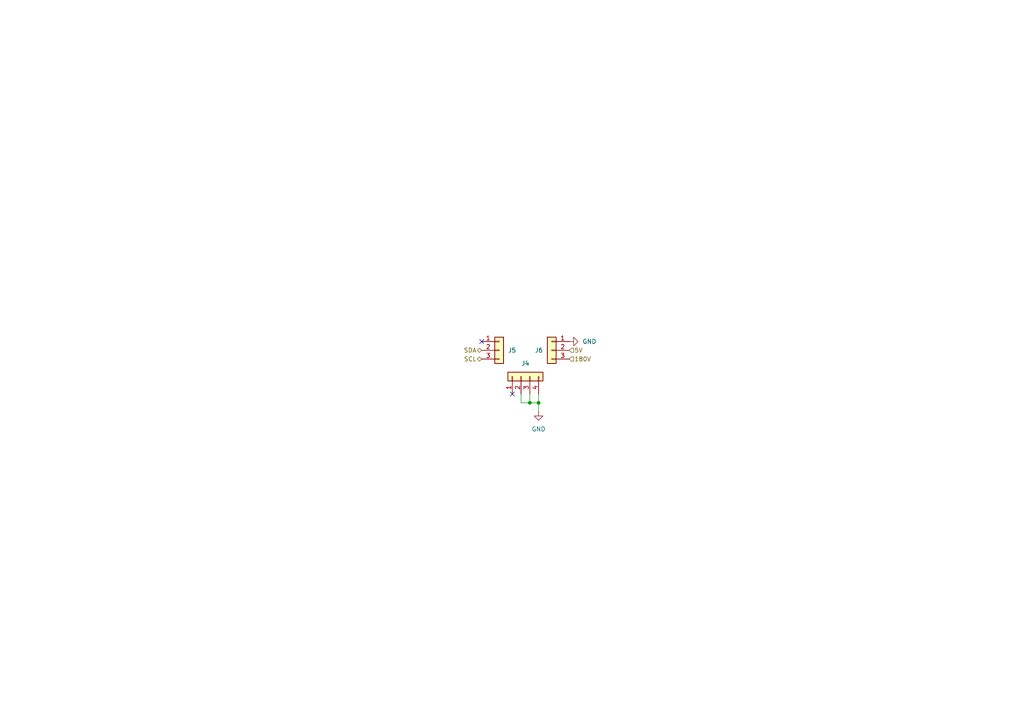
<source format=kicad_sch>
(kicad_sch (version 20231120) (generator "eeschema") (generator_version "8.0")
  (paper "A4")
  (lib_symbols
    (symbol "Connector_Generic:Conn_01x03" (pin_names (offset 1.016) hide)
      (property "Reference" "J" (at 0 5.08 0))
      (property "Value" "Conn_01x03" (at 0 -5.08 0))
      (symbol "Conn_01x03_1_1"
        (rectangle (start -1.27 -2.413) (end 0 -2.667) (stroke (width 0.1524)))
        (rectangle (start -1.27 0.127) (end 0 -0.127) (stroke (width 0.1524)))
        (rectangle (start -1.27 2.667) (end 0 2.413) (stroke (width 0.1524)))
        (rectangle (start -1.27 3.81) (end 1.27 -3.81) (stroke (width 0.254)) (fill (type background)))
        (pin passive line (at -5.08 2.54 0) (length 3.81) (name "Pin_1") (number "1"))
        (pin passive line (at -5.08 0 0) (length 3.81) (name "Pin_2") (number "2"))
        (pin passive line (at -5.08 -2.54 0) (length 3.81) (name "Pin_3") (number "3"))
      )
    )
    (symbol "Connector_Generic:Conn_01x04" (pin_names (offset 1.016) hide)
      (property "Reference" "J" (at 0 5.08 0))
      (property "Value" "Conn_01x04" (at 0 -7.62 0))
      (symbol "Conn_01x04_1_1"
        (rectangle (start -1.27 -4.953) (end 0 -5.207) (stroke (width 0.1524)))
        (rectangle (start -1.27 -2.413) (end 0 -2.667) (stroke (width 0.1524)))
        (rectangle (start -1.27 0.127) (end 0 -0.127) (stroke (width 0.1524)))
        (rectangle (start -1.27 2.667) (end 0 2.413) (stroke (width 0.1524)))
        (rectangle (start -1.27 3.81) (end 1.27 -6.35) (stroke (width 0.254)) (fill (type background)))
        (pin passive line (at -5.08 2.54 0) (length 3.81) (name "Pin_1") (number "1"))
        (pin passive line (at -5.08 0 0) (length 3.81) (name "Pin_2") (number "2"))
        (pin passive line (at -5.08 -2.54 0) (length 3.81) (name "Pin_3") (number "3"))
        (pin passive line (at -5.08 -5.08 0) (length 3.81) (name "Pin_4") (number "4"))
      )
    )
    (symbol "power:GND" (power) (pin_numbers hide) (pin_names (offset 0) hide)
      (property "Value" "GND" (at 0 -3.81 0))
      (symbol "GND_0_1"
        (polyline (pts (xy 0 0) (xy 0 -1.27) (xy 1.27 -1.27) (xy 0 -2.54) (xy -1.27 -1.27) (xy 0 -1.27)))
      )
      (symbol "GND_1_1"
        (pin power_in line (at 0 0 270) (length 0) (name "~") (number "1"))
      )
    )
  )
  (junction (at 156.21 116.84))
  (junction (at 153.67 116.84))
  (no_connect (at 148.59 114.3))
  (no_connect (at 139.7 99.06))
  (wire (pts (xy 151.13 116.84) (xy 153.67 116.84)))
  (wire (pts (xy 156.21 119.38) (xy 156.21 116.84)))
  (wire (pts (xy 151.13 114.3) (xy 151.13 116.84)))
  (wire (pts (xy 153.67 114.3) (xy 153.67 116.84)))
  (wire (pts (xy 153.67 116.84) (xy 156.21 116.84)))
  (wire (pts (xy 156.21 116.84) (xy 156.21 114.3)))
  (hierarchical_label "180V" (shape input) (at 165.1 104.14 0))
  (hierarchical_label "SDA" (shape bidirectional) (at 139.7 101.6 180))
  (hierarchical_label "SCL" (shape bidirectional) (at 139.7 104.14 180))
  (hierarchical_label "5V" (shape input) (at 165.1 101.6 0))
  (symbol (lib_id "Connector_Generic:Conn_01x04") (at 151.13 109.22 90) (unit 1)
    (property "Reference" "J4" (at 152.4 105.41 90))
    (property "Value" "NIX3" (effects (hide yes)))
    (property "Footprint" "Connector_PinSocket_2.54mm:PinSocket_1x04_P2.54mm_Vertical" (effects (hide yes)))
    (property "Description" "Generic connector, single row, 01x04, script generated (kicad-library-utils/schlib/autogen/connector/)" (effects (hide yes)))
  )
  (symbol (lib_id "Connector_Generic:Conn_01x03") (at 144.78 101.6 0) (unit 1)
    (property "Reference" "J5" (at 147.32 101.6 0) (effects (justify left)))
    (property "Value" "NIX1" (effects (hide yes)))
    (property "Footprint" "Connector_PinSocket_2.54mm:PinSocket_1x03_P2.54mm_Vertical" (effects (hide yes)))
    (property "Description" "Generic connector, single row, 01x03, script generated (kicad-library-utils/schlib/autogen/connector/)" (effects (hide yes)))
  )
  (symbol (lib_id "power:GND") (at 165.1 99.06 90) (unit 1)
    (property "Reference" "#PWR018" (effects (hide yes)))
    (property "Value" "GND" (at 168.91 99.0599 90) (effects (justify right)))
    (property "Description" "Power symbol creates a global label with name \"GND\" , ground" (effects (hide yes)))
  )
  (symbol (lib_id "power:GND") (at 156.21 119.38 0) (unit 1)
    (property "Reference" "#PWR021" (effects (hide yes)))
    (property "Value" "GND" (at 156.21 124.46 0))
    (property "Description" "Power symbol creates a global label with name \"GND\" , ground" (effects (hide yes)))
  )
  (symbol (lib_id "Connector_Generic:Conn_01x03") (at 160.02 101.6 0) (mirror y) (unit 1)
    (property "Reference" "J6" (at 157.48 101.6 0) (effects (justify left)))
    (property "Value" "NIX2" (effects (hide yes)))
    (property "Footprint" "Connector_PinSocket_2.54mm:PinSocket_1x03_P2.54mm_Vertical" (effects (hide yes)))
    (property "Description" "Generic connector, single row, 01x03, script generated (kicad-library-utils/schlib/autogen/connector/)" (effects (hide yes)))
  )
)
</source>
